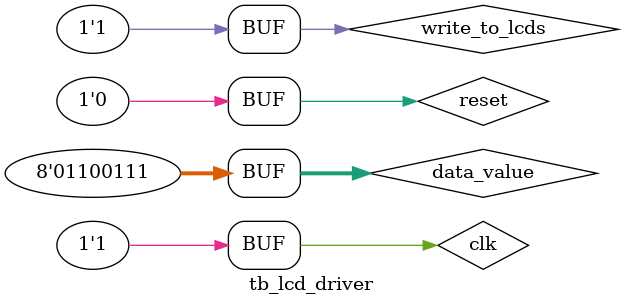
<source format=v>
`timescale 1ns / 1ps


module tb_lcd_driver;

	// Inputs
	reg [7:0] data_value;
	reg write_to_lcds;
	reg clk;
	reg reset;

	// Outputs
	wire [3:0] LCD_DATA;
	wire enable;
	wire rw;
	wire rs;

	// Instantiate the Unit Under Test (UUT)
	lcd_driver uut (
		.data_value(data_value), 
		.LCD_DATA(LCD_DATA), 
		.write_to_lcds(write_to_lcds), 
		.enable(enable), 
		.rw(rw), 
		.rs(rs), 
		.clk(clk), 
		.reset(reset)
	);

	always begin
		clk = 0;
		#5;
		clk = 1;
		#5;
	
	end

	initial begin
		// Initialize Inputs
		data_value = 8'b01100111;
		write_to_lcds = 0;
		reset = 0;
		// Wait 100 ns for global reset to finish
		#10;
        write_to_lcds = 1;
		// Add stimulus here

	end
      
endmodule


</source>
